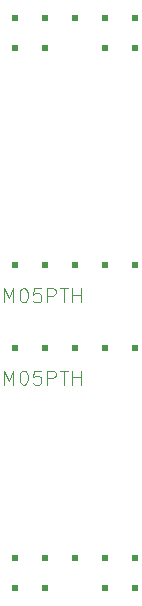
<source format=gbr>
G04 #@! TF.GenerationSoftware,KiCad,Pcbnew,(5.1.5)-3*
G04 #@! TF.CreationDate,2020-03-15T10:51:00-07:00*
G04 #@! TF.ProjectId,bbf-pots_v1,6262662d-706f-4747-935f-76312e6b6963,rev?*
G04 #@! TF.SameCoordinates,Original*
G04 #@! TF.FileFunction,Other,Fab,Top*
%FSLAX46Y46*%
G04 Gerber Fmt 4.6, Leading zero omitted, Abs format (unit mm)*
G04 Created by KiCad (PCBNEW (5.1.5)-3) date 2020-03-15 10:51:00*
%MOMM*%
%LPD*%
G04 APERTURE LIST*
%ADD10C,0.100000*%
%ADD11C,0.096520*%
G04 APERTURE END LIST*
D10*
G04 #@! TO.C,JP1*
G36*
X151295100Y-81122600D02*
G01*
X151295100Y-80614600D01*
X150787100Y-80614600D01*
X150787100Y-81122600D01*
X151295100Y-81122600D01*
G37*
G36*
X151295100Y-83662600D02*
G01*
X151295100Y-83154600D01*
X150787100Y-83154600D01*
X150787100Y-83662600D01*
X151295100Y-83662600D01*
G37*
G36*
X153835100Y-83662600D02*
G01*
X153835100Y-83154600D01*
X153327100Y-83154600D01*
X153327100Y-83662600D01*
X153835100Y-83662600D01*
G37*
G36*
X153835100Y-81122600D02*
G01*
X153835100Y-80614600D01*
X153327100Y-80614600D01*
X153327100Y-81122600D01*
X153835100Y-81122600D01*
G37*
G36*
X148755100Y-81122600D02*
G01*
X148755100Y-80614600D01*
X148247100Y-80614600D01*
X148247100Y-81122600D01*
X148755100Y-81122600D01*
G37*
G36*
X146215100Y-83662600D02*
G01*
X146215100Y-83154600D01*
X145707100Y-83154600D01*
X145707100Y-83662600D01*
X146215100Y-83662600D01*
G37*
G36*
X146215100Y-81122600D02*
G01*
X146215100Y-80614600D01*
X145707100Y-80614600D01*
X145707100Y-81122600D01*
X146215100Y-81122600D01*
G37*
G36*
X143675100Y-81122600D02*
G01*
X143675100Y-80614600D01*
X143167100Y-80614600D01*
X143167100Y-81122600D01*
X143675100Y-81122600D01*
G37*
G36*
X143675100Y-83662600D02*
G01*
X143675100Y-83154600D01*
X143167100Y-83154600D01*
X143167100Y-83662600D01*
X143675100Y-83662600D01*
G37*
G04 #@! TO.C,JP2*
G36*
X151295100Y-126842600D02*
G01*
X151295100Y-126334600D01*
X150787100Y-126334600D01*
X150787100Y-126842600D01*
X151295100Y-126842600D01*
G37*
G36*
X151295100Y-129382600D02*
G01*
X151295100Y-128874600D01*
X150787100Y-128874600D01*
X150787100Y-129382600D01*
X151295100Y-129382600D01*
G37*
G36*
X153835100Y-129382600D02*
G01*
X153835100Y-128874600D01*
X153327100Y-128874600D01*
X153327100Y-129382600D01*
X153835100Y-129382600D01*
G37*
G36*
X153835100Y-126842600D02*
G01*
X153835100Y-126334600D01*
X153327100Y-126334600D01*
X153327100Y-126842600D01*
X153835100Y-126842600D01*
G37*
G36*
X148755100Y-126842600D02*
G01*
X148755100Y-126334600D01*
X148247100Y-126334600D01*
X148247100Y-126842600D01*
X148755100Y-126842600D01*
G37*
G36*
X146215100Y-129382600D02*
G01*
X146215100Y-128874600D01*
X145707100Y-128874600D01*
X145707100Y-129382600D01*
X146215100Y-129382600D01*
G37*
G36*
X146215100Y-126842600D02*
G01*
X146215100Y-126334600D01*
X145707100Y-126334600D01*
X145707100Y-126842600D01*
X146215100Y-126842600D01*
G37*
G36*
X143675100Y-126842600D02*
G01*
X143675100Y-126334600D01*
X143167100Y-126334600D01*
X143167100Y-126842600D01*
X143675100Y-126842600D01*
G37*
G36*
X143675100Y-129382600D02*
G01*
X143675100Y-128874600D01*
X143167100Y-128874600D01*
X143167100Y-129382600D01*
X143675100Y-129382600D01*
G37*
G04 #@! TO.C,JP3*
G36*
X143167100Y-102077600D02*
G01*
X143675100Y-102077600D01*
X143675100Y-101569600D01*
X143167100Y-101569600D01*
X143167100Y-102077600D01*
G37*
G36*
X145707100Y-102077600D02*
G01*
X146215100Y-102077600D01*
X146215100Y-101569600D01*
X145707100Y-101569600D01*
X145707100Y-102077600D01*
G37*
G36*
X148247100Y-102077600D02*
G01*
X148755100Y-102077600D01*
X148755100Y-101569600D01*
X148247100Y-101569600D01*
X148247100Y-102077600D01*
G37*
G36*
X150787100Y-102077600D02*
G01*
X151295100Y-102077600D01*
X151295100Y-101569600D01*
X150787100Y-101569600D01*
X150787100Y-102077600D01*
G37*
G36*
X153327100Y-102077600D02*
G01*
X153835100Y-102077600D01*
X153835100Y-101569600D01*
X153327100Y-101569600D01*
X153327100Y-102077600D01*
G37*
G04 #@! TO.C,JP4*
G36*
X143167100Y-109062600D02*
G01*
X143675100Y-109062600D01*
X143675100Y-108554600D01*
X143167100Y-108554600D01*
X143167100Y-109062600D01*
G37*
G36*
X145707100Y-109062600D02*
G01*
X146215100Y-109062600D01*
X146215100Y-108554600D01*
X145707100Y-108554600D01*
X145707100Y-109062600D01*
G37*
G36*
X148247100Y-109062600D02*
G01*
X148755100Y-109062600D01*
X148755100Y-108554600D01*
X148247100Y-108554600D01*
X148247100Y-109062600D01*
G37*
G36*
X150787100Y-109062600D02*
G01*
X151295100Y-109062600D01*
X151295100Y-108554600D01*
X150787100Y-108554600D01*
X150787100Y-109062600D01*
G37*
G36*
X153327100Y-109062600D02*
G01*
X153835100Y-109062600D01*
X153835100Y-108554600D01*
X153327100Y-108554600D01*
X153327100Y-109062600D01*
G37*
G04 #@! TD*
G04 #@! TO.C,JP3*
D11*
X142501099Y-104941147D02*
X142501099Y-103734647D01*
X142903266Y-104596433D01*
X143305433Y-103734647D01*
X143305433Y-104941147D01*
X144109766Y-103734647D02*
X144224671Y-103734647D01*
X144339576Y-103792100D01*
X144397028Y-103849552D01*
X144454480Y-103964457D01*
X144511933Y-104194266D01*
X144511933Y-104481528D01*
X144454480Y-104711338D01*
X144397028Y-104826242D01*
X144339576Y-104883695D01*
X144224671Y-104941147D01*
X144109766Y-104941147D01*
X143994861Y-104883695D01*
X143937409Y-104826242D01*
X143879957Y-104711338D01*
X143822504Y-104481528D01*
X143822504Y-104194266D01*
X143879957Y-103964457D01*
X143937409Y-103849552D01*
X143994861Y-103792100D01*
X144109766Y-103734647D01*
X145603528Y-103734647D02*
X145029004Y-103734647D01*
X144971552Y-104309171D01*
X145029004Y-104251719D01*
X145143909Y-104194266D01*
X145431171Y-104194266D01*
X145546076Y-104251719D01*
X145603528Y-104309171D01*
X145660980Y-104424076D01*
X145660980Y-104711338D01*
X145603528Y-104826242D01*
X145546076Y-104883695D01*
X145431171Y-104941147D01*
X145143909Y-104941147D01*
X145029004Y-104883695D01*
X144971552Y-104826242D01*
X146178052Y-104941147D02*
X146178052Y-103734647D01*
X146637671Y-103734647D01*
X146752576Y-103792100D01*
X146810028Y-103849552D01*
X146867480Y-103964457D01*
X146867480Y-104136814D01*
X146810028Y-104251719D01*
X146752576Y-104309171D01*
X146637671Y-104366623D01*
X146178052Y-104366623D01*
X147212195Y-103734647D02*
X147901623Y-103734647D01*
X147556909Y-104941147D02*
X147556909Y-103734647D01*
X148303790Y-104941147D02*
X148303790Y-103734647D01*
X148303790Y-104309171D02*
X148993218Y-104309171D01*
X148993218Y-104941147D02*
X148993218Y-103734647D01*
G04 #@! TO.C,JP4*
X142501099Y-111926147D02*
X142501099Y-110719647D01*
X142903266Y-111581433D01*
X143305433Y-110719647D01*
X143305433Y-111926147D01*
X144109766Y-110719647D02*
X144224671Y-110719647D01*
X144339576Y-110777100D01*
X144397028Y-110834552D01*
X144454480Y-110949457D01*
X144511933Y-111179266D01*
X144511933Y-111466528D01*
X144454480Y-111696338D01*
X144397028Y-111811242D01*
X144339576Y-111868695D01*
X144224671Y-111926147D01*
X144109766Y-111926147D01*
X143994861Y-111868695D01*
X143937409Y-111811242D01*
X143879957Y-111696338D01*
X143822504Y-111466528D01*
X143822504Y-111179266D01*
X143879957Y-110949457D01*
X143937409Y-110834552D01*
X143994861Y-110777100D01*
X144109766Y-110719647D01*
X145603528Y-110719647D02*
X145029004Y-110719647D01*
X144971552Y-111294171D01*
X145029004Y-111236719D01*
X145143909Y-111179266D01*
X145431171Y-111179266D01*
X145546076Y-111236719D01*
X145603528Y-111294171D01*
X145660980Y-111409076D01*
X145660980Y-111696338D01*
X145603528Y-111811242D01*
X145546076Y-111868695D01*
X145431171Y-111926147D01*
X145143909Y-111926147D01*
X145029004Y-111868695D01*
X144971552Y-111811242D01*
X146178052Y-111926147D02*
X146178052Y-110719647D01*
X146637671Y-110719647D01*
X146752576Y-110777100D01*
X146810028Y-110834552D01*
X146867480Y-110949457D01*
X146867480Y-111121814D01*
X146810028Y-111236719D01*
X146752576Y-111294171D01*
X146637671Y-111351623D01*
X146178052Y-111351623D01*
X147212195Y-110719647D02*
X147901623Y-110719647D01*
X147556909Y-111926147D02*
X147556909Y-110719647D01*
X148303790Y-111926147D02*
X148303790Y-110719647D01*
X148303790Y-111294171D02*
X148993218Y-111294171D01*
X148993218Y-111926147D02*
X148993218Y-110719647D01*
G04 #@! TD*
M02*

</source>
